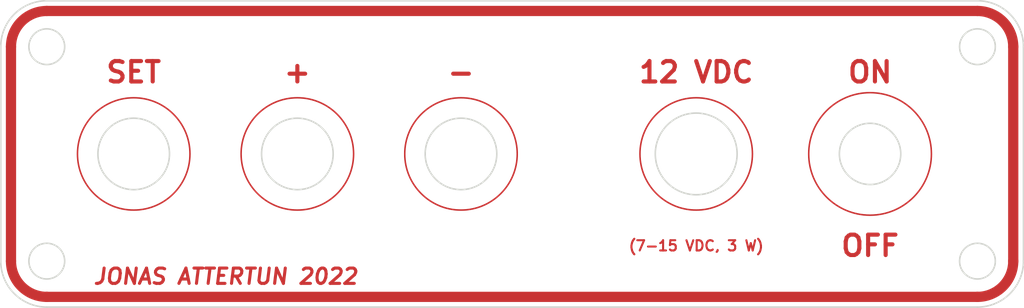
<source format=kicad_pcb>
(kicad_pcb (version 20171130) (host pcbnew "(5.1.10-1-10_14)")

  (general
    (thickness 1.6)
    (drawings 67)
    (tracks 0)
    (zones 0)
    (modules 0)
    (nets 1)
  )

  (page A4)
  (layers
    (0 F.Cu signal)
    (31 B.Cu signal)
    (32 B.Adhes user)
    (33 F.Adhes user)
    (34 B.Paste user)
    (35 F.Paste user)
    (36 B.SilkS user)
    (37 F.SilkS user)
    (38 B.Mask user)
    (39 F.Mask user)
    (40 Dwgs.User user)
    (41 Cmts.User user)
    (42 Eco1.User user)
    (43 Eco2.User user)
    (44 Edge.Cuts user)
    (45 Margin user)
    (46 B.CrtYd user)
    (47 F.CrtYd user)
    (48 B.Fab user)
    (49 F.Fab user)
  )

  (setup
    (last_trace_width 0.25)
    (trace_clearance 0.2)
    (zone_clearance 0.508)
    (zone_45_only no)
    (trace_min 0.2)
    (via_size 0.8)
    (via_drill 0.4)
    (via_min_size 0.4)
    (via_min_drill 0.3)
    (uvia_size 0.3)
    (uvia_drill 0.1)
    (uvias_allowed no)
    (uvia_min_size 0.2)
    (uvia_min_drill 0.1)
    (edge_width 0.05)
    (segment_width 0.2)
    (pcb_text_width 0.3)
    (pcb_text_size 1.5 1.5)
    (mod_edge_width 0.12)
    (mod_text_size 1 1)
    (mod_text_width 0.15)
    (pad_size 1.524 1.524)
    (pad_drill 0.762)
    (pad_to_mask_clearance 0)
    (aux_axis_origin 0 0)
    (visible_elements FFFFFF7F)
    (pcbplotparams
      (layerselection 0x010fc_ffffffff)
      (usegerberextensions false)
      (usegerberattributes true)
      (usegerberadvancedattributes true)
      (creategerberjobfile true)
      (excludeedgelayer true)
      (linewidth 0.100000)
      (plotframeref false)
      (viasonmask false)
      (mode 1)
      (useauxorigin false)
      (hpglpennumber 1)
      (hpglpenspeed 20)
      (hpglpendiameter 15.000000)
      (psnegative false)
      (psa4output false)
      (plotreference true)
      (plotvalue true)
      (plotinvisibletext false)
      (padsonsilk false)
      (subtractmaskfromsilk false)
      (outputformat 1)
      (mirror false)
      (drillshape 1)
      (scaleselection 1)
      (outputdirectory ""))
  )

  (net 0 "")

  (net_class Default "This is the default net class."
    (clearance 0.2)
    (trace_width 0.25)
    (via_dia 0.8)
    (via_drill 0.4)
    (uvia_dia 0.3)
    (uvia_drill 0.1)
  )

  (gr_arc (start 104.5 104.5) (end 104.5 100) (angle -90) (layer Edge.Cuts) (width 0.15))
  (gr_arc (start 104.5 125.5) (end 100 125.5) (angle -90) (layer Edge.Cuts) (width 0.15))
  (gr_arc (start 195.5 125.5) (end 195.5 130) (angle -90) (layer Edge.Cuts) (width 0.15))
  (gr_arc (start 195.5 104.5) (end 200 104.5) (angle -90) (layer Edge.Cuts) (width 0.15))
  (gr_arc (start 195.5 104.5) (end 199 104.5) (angle -90) (layer F.Mask) (width 1) (tstamp 636D63E8))
  (gr_arc (start 195.5 125.5) (end 195.5 129) (angle -90) (layer F.Mask) (width 1) (tstamp 636D63D8))
  (gr_arc (start 104.5 125.5) (end 101 125.5) (angle -90) (layer F.Mask) (width 1) (tstamp 636D63CD))
  (gr_arc (start 104.5 104.5) (end 104.5 101) (angle -90) (layer F.Mask) (width 1) (tstamp 636D63C0))
  (gr_arc (start 195.5 104.5) (end 199 104.5) (angle -90) (layer F.Cu) (width 1))
  (gr_arc (start 195.5 125.5) (end 195.5 129) (angle -90) (layer F.Cu) (width 1))
  (gr_arc (start 104.5 125.5) (end 101 125.5) (angle -90) (layer F.Cu) (width 1))
  (gr_arc (start 104.5 104.5) (end 104.5 101) (angle -90) (layer F.Cu) (width 1))
  (gr_line (start 199 104.5) (end 199 125.5) (layer F.Mask) (width 1) (tstamp 636D5DBD))
  (gr_line (start 199 104.5) (end 199 125.5) (layer F.Cu) (width 1) (tstamp 636D5DB6))
  (gr_line (start 101 104.5) (end 101 125.5) (layer F.Mask) (width 1) (tstamp 636D5D91))
  (gr_line (start 101 104.5) (end 101 125.5) (layer F.Cu) (width 1))
  (gr_line (start 104.5 129) (end 195.5 129) (layer F.Cu) (width 1) (tstamp 636D5D57))
  (gr_line (start 104.5 129) (end 195.5 129) (layer F.Mask) (width 1) (tstamp 636D5D4C))
  (gr_line (start 104.5 101) (end 195.5 101) (layer F.Mask) (width 1) (tstamp 636D5D15))
  (gr_line (start 104.5 101) (end 195.5 101) (layer F.Cu) (width 1))
  (gr_circle (center 185 115) (end 191 115) (layer F.Mask) (width 0.15) (tstamp 636D5C32))
  (gr_circle (center 168 115) (end 173.5 115) (layer F.Mask) (width 0.15) (tstamp 636D5C1F))
  (gr_circle (center 145 115) (end 150.5 115) (layer F.Mask) (width 0.15) (tstamp 636D5C0A))
  (gr_circle (center 129 115) (end 134.5 115) (layer F.Mask) (width 0.15) (tstamp 636D5BE3))
  (gr_circle (center 113 115) (end 118.5 115) (layer F.Mask) (width 0.15) (tstamp 636D5BD3))
  (gr_text "JONAS ATTERTUN 2022" (at 122 127) (layer F.Mask) (tstamp 636D5AEF)
    (effects (font (size 1.5 1.5) (thickness 0.3) italic))
  )
  (gr_text "JONAS ATTERTUN 2022" (at 122 127) (layer F.Cu)
    (effects (font (size 1.5 1.5) (thickness 0.3) italic))
  )
  (gr_text OFF (at 185 124) (layer F.Mask) (tstamp 636D59EB)
    (effects (font (size 2 2) (thickness 0.4)))
  )
  (gr_text ON (at 185 107) (layer F.Mask) (tstamp 636D59E2)
    (effects (font (size 2 2) (thickness 0.4)))
  )
  (gr_text "(7-15 VDC, 3 W)" (at 168 124) (layer F.Mask) (tstamp 636D59CC)
    (effects (font (size 1 1) (thickness 0.2)))
  )
  (gr_text "12 VDC" (at 168 107) (layer F.Mask) (tstamp 636D59C1)
    (effects (font (size 2 2) (thickness 0.4)))
  )
  (gr_text - (at 145 107) (layer F.Mask) (tstamp 636D59B2)
    (effects (font (size 2 2) (thickness 0.4)))
  )
  (gr_text + (at 129 107) (layer F.Mask) (tstamp 636D59AA)
    (effects (font (size 2 2) (thickness 0.4)))
  )
  (gr_text SET (at 113 107) (layer F.Mask) (tstamp 636D597D)
    (effects (font (size 2 2) (thickness 0.4)))
  )
  (gr_text "(7-15 VDC, 3 W)" (at 168 124) (layer F.Cu) (tstamp 636D56A9)
    (effects (font (size 1 1) (thickness 0.2)))
  )
  (gr_text "12 VDC" (at 168 107) (layer F.Cu) (tstamp 636D569A)
    (effects (font (size 2 2) (thickness 0.4)))
  )
  (gr_text OFF (at 185 124) (layer F.Cu) (tstamp 636D5276)
    (effects (font (size 2 2) (thickness 0.4)))
  )
  (gr_text ON (at 185 107) (layer F.Cu) (tstamp 636D5266)
    (effects (font (size 2 2) (thickness 0.4)))
  )
  (gr_text - (at 145 107) (layer F.Cu) (tstamp 636D5244)
    (effects (font (size 2 2) (thickness 0.4)))
  )
  (gr_text + (at 129 107) (layer F.Cu) (tstamp 636D523C)
    (effects (font (size 2 2) (thickness 0.4)))
  )
  (gr_text SET (at 113 107) (layer F.Cu)
    (effects (font (size 2 2) (thickness 0.4)))
  )
  (gr_line (start 181.5 121.5) (end 181.5 108.5) (layer Dwgs.User) (width 0.15) (tstamp 636D4C56))
  (gr_line (start 181.5 121.5) (end 188.5 121.5) (layer Dwgs.User) (width 0.15))
  (gr_line (start 188.5 108.5) (end 188.5 121.5) (layer Dwgs.User) (width 0.15))
  (gr_line (start 181.5 108.5) (end 188.5 108.5) (layer Dwgs.User) (width 0.15))
  (gr_circle (center 185 115) (end 188 115) (layer Edge.Cuts) (width 0.15))
  (gr_circle (center 168 115) (end 173.5 115) (layer F.Cu) (width 0.15) (tstamp 636AC955))
  (gr_circle (center 145 115) (end 150.5 115) (layer F.Cu) (width 0.15) (tstamp 636AC811))
  (gr_circle (center 129 115) (end 134.5 115) (layer F.Cu) (width 0.15) (tstamp 636AC80E))
  (gr_circle (center 113 115) (end 118.5 115) (layer F.Cu) (width 0.15))
  (gr_circle (center 195.5 104.5) (end 199 104.5) (layer Dwgs.User) (width 0.15) (tstamp 636AC5D4))
  (gr_circle (center 195.5 125.5) (end 199 125.5) (layer Dwgs.User) (width 0.15) (tstamp 636AC5C1))
  (gr_circle (center 104.5 125.5) (end 108 125.5) (layer Dwgs.User) (width 0.15) (tstamp 636AC5A2))
  (gr_circle (center 195.5 104.5) (end 197.25 104.5) (layer Edge.Cuts) (width 0.15) (tstamp 636AC0E9))
  (gr_circle (center 195.5 125.5) (end 197.25 125.5) (layer Edge.Cuts) (width 0.15) (tstamp 636AC067))
  (gr_circle (center 104.5 125.5) (end 106.25 125.5) (layer Edge.Cuts) (width 0.15) (tstamp 636AC028))
  (gr_circle (center 104.5 104.5) (end 108 104.5) (layer Dwgs.User) (width 0.15) (tstamp 636ABEA9))
  (gr_circle (center 104.5 104.5) (end 106.25 104.5) (layer Edge.Cuts) (width 0.15))
  (gr_circle (center 185 115) (end 191 115) (layer F.Cu) (width 0.15))
  (gr_circle (center 168 115) (end 172 115) (layer Edge.Cuts) (width 0.15))
  (gr_circle (center 113 115) (end 116.5 115) (layer Edge.Cuts) (width 0.15) (tstamp 63696D0E))
  (gr_circle (center 145 115) (end 148.5 115) (layer Edge.Cuts) (width 0.15) (tstamp 63696CEE))
  (gr_circle (center 129 115) (end 132.5 115) (layer Edge.Cuts) (width 0.15))
  (gr_line (start 100 104.5) (end 100 125.5) (layer Edge.Cuts) (width 0.15) (tstamp 63696AD5))
  (gr_line (start 104.5 100) (end 195.5 100) (layer Edge.Cuts) (width 0.15))
  (gr_line (start 200 104.5) (end 200 125.5) (layer Edge.Cuts) (width 0.15))
  (gr_line (start 104.5 130) (end 195.5 130) (layer Edge.Cuts) (width 0.15))

)

</source>
